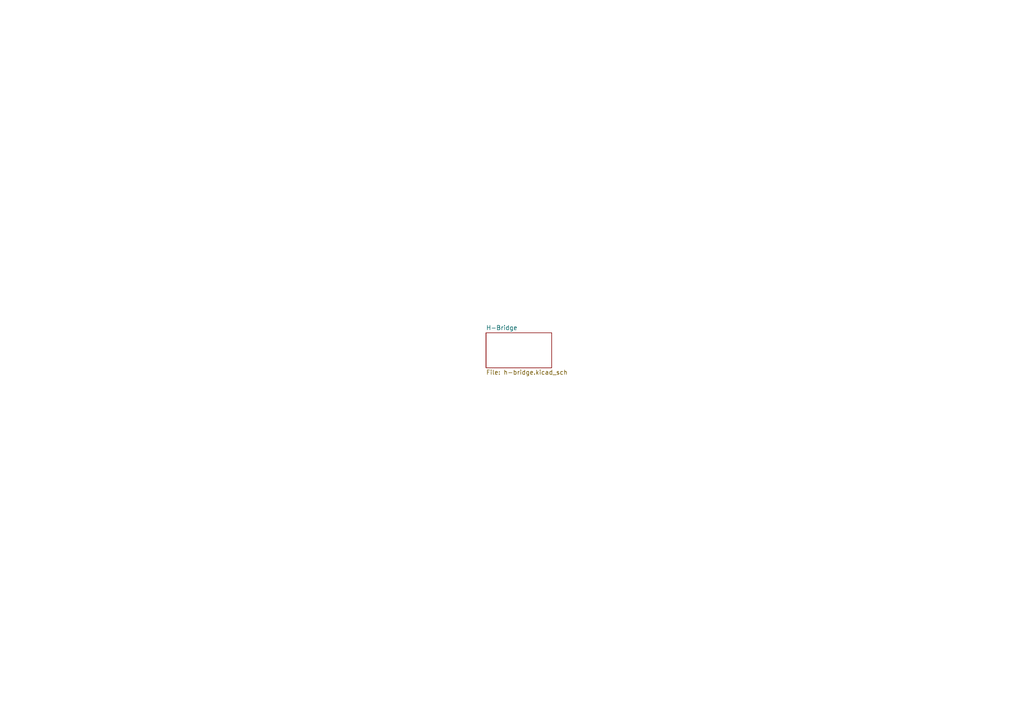
<source format=kicad_sch>
(kicad_sch
	(version 20250114)
	(generator "eeschema")
	(generator_version "9.0")
	(uuid "192016dd-1af9-4f75-bd76-63c005f8be5e")
	(paper "A4")
	(lib_symbols)
	(sheet
		(at 140.97 96.52)
		(size 19.05 10.16)
		(exclude_from_sim no)
		(in_bom yes)
		(on_board yes)
		(dnp no)
		(fields_autoplaced yes)
		(stroke
			(width 0.1524)
			(type solid)
		)
		(fill
			(color 0 0 0 0.0000)
		)
		(uuid "9897782e-08fe-4e99-a389-7b164bfce6c4")
		(property "Sheetname" "H-Bridge"
			(at 140.97 95.8084 0)
			(effects
				(font
					(size 1.27 1.27)
				)
				(justify left bottom)
			)
		)
		(property "Sheetfile" "h-bridge.kicad_sch"
			(at 140.97 107.2646 0)
			(effects
				(font
					(size 1.27 1.27)
				)
				(justify left top)
			)
		)
		(instances
			(project "bezu-controller"
				(path "/192016dd-1af9-4f75-bd76-63c005f8be5e"
					(page "2")
				)
			)
		)
	)
	(sheet_instances
		(path "/"
			(page "1")
		)
	)
	(embedded_fonts no)
)

</source>
